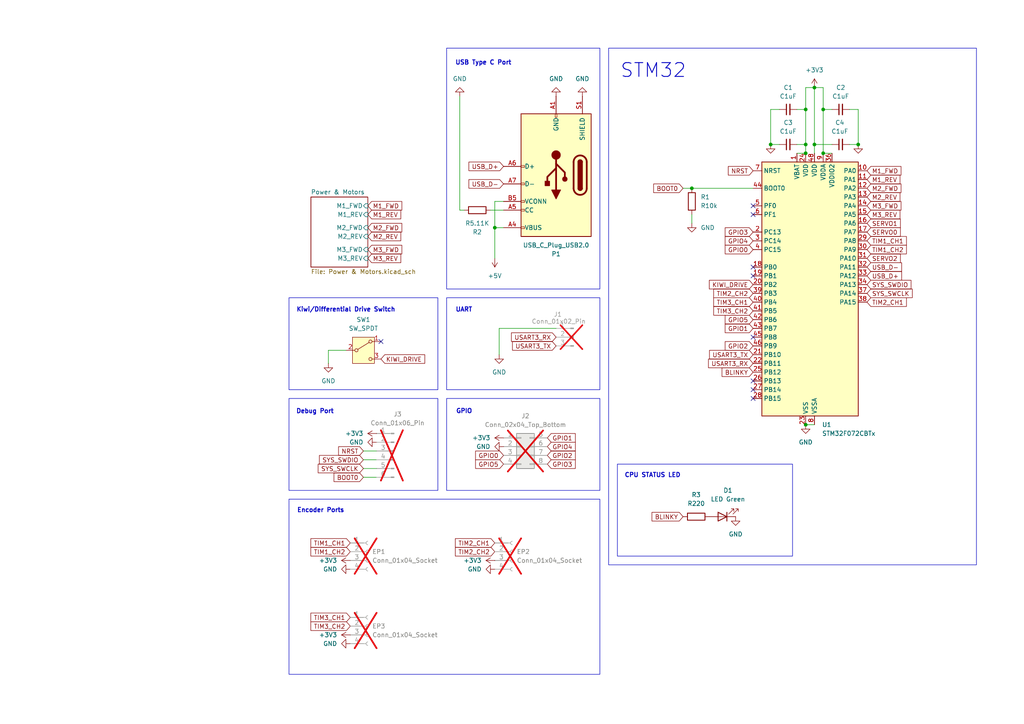
<source format=kicad_sch>
(kicad_sch (version 20231120) (generator "eeschema") (generator_version "8.0")
  (paper "A4")
  (title_block (title "Sheba 2") (date "2024-04-23") (rev "3") (company "Lorem Ipsum Automation"))
  (lib_symbols
    (symbol "Connector:Conn_01x03_Pin" (pin_names (offset 1.016) hide)
      (property "Reference" "J" (at 0 5.08 0))
      (property "Value" "Conn_01x03_Pin" (at 0 -5.08 0))
      (symbol "Conn_01x03_Pin_1_1"
        (polyline (pts (xy 1.27 -2.54) (xy 0.8636 -2.54)) (stroke (width 0.1524)))
        (polyline (pts (xy 1.27 0) (xy 0.8636 0)) (stroke (width 0.1524)))
        (polyline (pts (xy 1.27 2.54) (xy 0.8636 2.54)) (stroke (width 0.1524)))
        (rectangle (start 0.8636 -2.413) (end 0 -2.667) (stroke (width 0.1524)) (fill (type outline)))
        (rectangle (start 0.8636 0.127) (end 0 -0.127) (stroke (width 0.1524)) (fill (type outline)))
        (rectangle (start 0.8636 2.667) (end 0 2.413) (stroke (width 0.1524)) (fill (type outline)))
        (pin passive line (at 5.08 2.54 180) (length 3.81) (name "Pin_1") (number "1"))
        (pin passive line (at 5.08 0 180) (length 3.81) (name "Pin_2") (number "2"))
        (pin passive line (at 5.08 -2.54 180) (length 3.81) (name "Pin_3") (number "3"))
      )
    )
    (symbol "Connector:Conn_01x04_Socket" (pin_names (offset 1.016) hide)
      (property "Reference" "J" (at 0 5.08 0))
      (property "Value" "Conn_01x04_Socket" (at 0 -7.62 0))
      (symbol "Conn_01x04_Socket_1_1"
        (arc (start 0 -4.572) (mid -0.5058 -5.08) (end 0 -5.588) (stroke (width 0.1524)))
        (arc (start 0 -2.032) (mid -0.5058 -2.54) (end 0 -3.048) (stroke (width 0.1524)))
        (polyline (pts (xy -1.27 -5.08) (xy -0.508 -5.08)) (stroke (width 0.1524)))
        (polyline (pts (xy -1.27 -2.54) (xy -0.508 -2.54)) (stroke (width 0.1524)))
        (polyline (pts (xy -1.27 0) (xy -0.508 0)) (stroke (width 0.1524)))
        (polyline (pts (xy -1.27 2.54) (xy -0.508 2.54)) (stroke (width 0.1524)))
        (arc (start 0 0.508) (mid -0.5058 0) (end 0 -0.508) (stroke (width 0.1524)))
        (arc (start 0 3.048) (mid -0.5058 2.54) (end 0 2.032) (stroke (width 0.1524)))
        (pin passive line (at -5.08 2.54 0) (length 3.81) (name "Pin_1") (number "1"))
        (pin passive line (at -5.08 0 0) (length 3.81) (name "Pin_2") (number "2"))
        (pin passive line (at -5.08 -2.54 0) (length 3.81) (name "Pin_3") (number "3"))
        (pin passive line (at -5.08 -5.08 0) (length 3.81) (name "Pin_4") (number "4"))
      )
    )
    (symbol "Connector:Conn_01x06_Pin" (pin_names (offset 1.016) hide)
      (property "Reference" "J" (at 0 7.62 0))
      (property "Value" "Conn_01x06_Pin" (at 0 -10.16 0))
      (symbol "Conn_01x06_Pin_1_1"
        (polyline (pts (xy 1.27 -7.62) (xy 0.8636 -7.62)) (stroke (width 0.1524)))
        (polyline (pts (xy 1.27 -5.08) (xy 0.8636 -5.08)) (stroke (width 0.1524)))
        (polyline (pts (xy 1.27 -2.54) (xy 0.8636 -2.54)) (stroke (width 0.1524)))
        (polyline (pts (xy 1.27 0) (xy 0.8636 0)) (stroke (width 0.1524)))
        (polyline (pts (xy 1.27 2.54) (xy 0.8636 2.54)) (stroke (width 0.1524)))
        (polyline (pts (xy 1.27 5.08) (xy 0.8636 5.08)) (stroke (width 0.1524)))
        (rectangle (start 0.8636 -7.493) (end 0 -7.747) (stroke (width 0.1524)) (fill (type outline)))
        (rectangle (start 0.8636 -4.953) (end 0 -5.207) (stroke (width 0.1524)) (fill (type outline)))
        (rectangle (start 0.8636 -2.413) (end 0 -2.667) (stroke (width 0.1524)) (fill (type outline)))
        (rectangle (start 0.8636 0.127) (end 0 -0.127) (stroke (width 0.1524)) (fill (type outline)))
        (rectangle (start 0.8636 2.667) (end 0 2.413) (stroke (width 0.1524)) (fill (type outline)))
        (rectangle (start 0.8636 5.207) (end 0 4.953) (stroke (width 0.1524)) (fill (type outline)))
        (pin passive line (at 5.08 5.08 180) (length 3.81) (name "Pin_1") (number "1"))
        (pin passive line (at 5.08 2.54 180) (length 3.81) (name "Pin_2") (number "2"))
        (pin passive line (at 5.08 0 180) (length 3.81) (name "Pin_3") (number "3"))
        (pin passive line (at 5.08 -2.54 180) (length 3.81) (name "Pin_4") (number "4"))
        (pin passive line (at 5.08 -5.08 180) (length 3.81) (name "Pin_5") (number "5"))
        (pin passive line (at 5.08 -7.62 180) (length 3.81) (name "Pin_6") (number "6"))
      )
    )
    (symbol "Connector:USB_C_Plug_USB2.0" (pin_names (offset 1.016))
      (property "Reference" "P" (at -10.16 19.05 0))
      (property "Value" "USB_C_Plug_USB2.0" (at 12.7 19.05 0))
      (symbol "USB_C_Plug_USB2.0_0_0"
        (rectangle (start -0.254 -17.78) (end 0.254 -16.764))
        (rectangle (start 10.16 -2.286) (end 9.144 -2.794))
        (rectangle (start 10.16 2.794) (end 9.144 2.286))
        (rectangle (start 10.16 7.874) (end 9.144 7.366))
        (rectangle (start 10.16 10.414) (end 9.144 9.906))
        (rectangle (start 10.16 15.494) (end 9.144 14.986))
      )
      (symbol "USB_C_Plug_USB2.0_0_1"
        (rectangle (start -10.16 17.78) (end 10.16 -17.78) (stroke (width 0.254)) (fill (type background)))
        (arc (start -8.89 -3.81) (mid -6.985 -5.7067) (end -5.08 -3.81) (stroke (width 0.508)))
        (arc (start -7.62 -3.81) (mid -6.985 -4.4423) (end -6.35 -3.81) (stroke (width 0.254)))
        (arc (start -7.62 -3.81) (mid -6.985 -4.4423) (end -6.35 -3.81) (stroke (width 0.254)) (fill (type outline)))
        (rectangle (start -7.62 -3.81) (end -6.35 3.81) (stroke (width 0.254)) (fill (type outline)))
        (arc (start -6.35 3.81) (mid -6.985 4.4423) (end -7.62 3.81) (stroke (width 0.254)))
        (arc (start -6.35 3.81) (mid -6.985 4.4423) (end -7.62 3.81) (stroke (width 0.254)) (fill (type outline)))
        (arc (start -5.08 3.81) (mid -6.985 5.7067) (end -8.89 3.81) (stroke (width 0.508)))
        (circle (center -2.54 1.143) (radius 0.635) (stroke (width 0.254)) (fill (type outline)))
        (circle (center 0 -5.842) (radius 1.27) (fill (type outline)))
        (polyline (pts (xy -8.89 -3.81) (xy -8.89 3.81)) (stroke (width 0.508)))
        (polyline (pts (xy -5.08 3.81) (xy -5.08 -3.81)) (stroke (width 0.508)))
        (polyline (pts (xy 0 -5.842) (xy 0 4.318)) (stroke (width 0.508)))
        (polyline (pts (xy 0 -3.302) (xy -2.54 -0.762) (xy -2.54 0.508)) (stroke (width 0.508)))
        (polyline (pts (xy 0 -2.032) (xy 2.54 0.508) (xy 2.54 1.778)) (stroke (width 0.508)))
        (polyline (pts (xy -1.27 4.318) (xy 0 6.858) (xy 1.27 4.318) (xy -1.27 4.318)) (stroke (width 0.254)) (fill (type outline)))
        (rectangle (start 1.905 1.778) (end 3.175 3.048) (stroke (width 0.254)) (fill (type outline)))
      )
      (symbol "USB_C_Plug_USB2.0_1_1"
        (pin passive line (at 0 -22.86 90) (length 5.08) (name "GND") (number "A1"))
        (pin passive line (at 0 -22.86 90) (length 5.08) hide (name "GND") (number "A12"))
        (pin passive line (at 15.24 15.24 180) (length 5.08) (name "VBUS") (number "A4"))
        (pin bidirectional line (at 15.24 10.16 180) (length 5.08) (name "CC") (number "A5"))
        (pin bidirectional line (at 15.24 -2.54 180) (length 5.08) (name "D+") (number "A6"))
        (pin bidirectional line (at 15.24 2.54 180) (length 5.08) (name "D-") (number "A7"))
        (pin passive line (at 15.24 15.24 180) (length 5.08) hide (name "VBUS") (number "A9"))
        (pin passive line (at 0 -22.86 90) (length 5.08) hide (name "GND") (number "B1"))
        (pin passive line (at 0 -22.86 90) (length 5.08) hide (name "GND") (number "B12"))
        (pin passive line (at 15.24 15.24 180) (length 5.08) hide (name "VBUS") (number "B4"))
        (pin bidirectional line (at 15.24 7.62 180) (length 5.08) (name "VCONN") (number "B5"))
        (pin passive line (at 15.24 15.24 180) (length 5.08) hide (name "VBUS") (number "B9"))
        (pin passive line (at -7.62 -22.86 90) (length 5.08) (name "SHIELD") (number "S1"))
      )
    )
    (symbol "Connector_Generic:Conn_02x04_Top_Bottom" (pin_names (offset 1.016) hide)
      (property "Reference" "J" (at 1.27 5.08 0))
      (property "Value" "Conn_02x04_Top_Bottom" (at 1.27 -7.62 0))
      (symbol "Conn_02x04_Top_Bottom_1_1"
        (rectangle (start -1.27 -4.953) (end 0 -5.207) (stroke (width 0.1524)))
        (rectangle (start -1.27 -2.413) (end 0 -2.667) (stroke (width 0.1524)))
        (rectangle (start -1.27 0.127) (end 0 -0.127) (stroke (width 0.1524)))
        (rectangle (start -1.27 2.667) (end 0 2.413) (stroke (width 0.1524)))
        (rectangle (start -1.27 3.81) (end 3.81 -6.35) (stroke (width 0.254)) (fill (type background)))
        (rectangle (start 3.81 -4.953) (end 2.54 -5.207) (stroke (width 0.1524)))
        (rectangle (start 3.81 -2.413) (end 2.54 -2.667) (stroke (width 0.1524)))
        (rectangle (start 3.81 0.127) (end 2.54 -0.127) (stroke (width 0.1524)))
        (rectangle (start 3.81 2.667) (end 2.54 2.413) (stroke (width 0.1524)))
        (pin passive line (at -5.08 2.54 0) (length 3.81) (name "Pin_1") (number "1"))
        (pin passive line (at -5.08 0 0) (length 3.81) (name "Pin_2") (number "2"))
        (pin passive line (at -5.08 -2.54 0) (length 3.81) (name "Pin_3") (number "3"))
        (pin passive line (at -5.08 -5.08 0) (length 3.81) (name "Pin_4") (number "4"))
        (pin passive line (at 7.62 2.54 180) (length 3.81) (name "Pin_5") (number "5"))
        (pin passive line (at 7.62 0 180) (length 3.81) (name "Pin_6") (number "6"))
        (pin passive line (at 7.62 -2.54 180) (length 3.81) (name "Pin_7") (number "7"))
        (pin passive line (at 7.62 -5.08 180) (length 3.81) (name "Pin_8") (number "8"))
      )
    )
    (symbol "Device:C_Small" (pin_numbers hide) (pin_names (offset 0.254) hide)
      (property "Reference" "C" (at 0.254 1.778 0))
      (property "Value" "C_Small" (at 0.254 -2.032 0))
      (symbol "C_Small_0_1"
        (polyline (pts (xy -1.524 -0.508) (xy 1.524 -0.508)) (stroke (width 0.3302)))
        (polyline (pts (xy -1.524 0.508) (xy 1.524 0.508)) (stroke (width 0.3048)))
      )
      (symbol "C_Small_1_1"
        (pin passive line (at 0 2.54 270) (length 2.032) (name "~") (number "1"))
        (pin passive line (at 0 -2.54 90) (length 2.032) (name "~") (number "2"))
      )
    )
    (symbol "Device:LED" (pin_numbers hide) (pin_names (offset 1.016) hide)
      (property "Reference" "D" (at 0 2.54 0))
      (property "Value" "LED" (at 0 -2.54 0))
      (symbol "LED_0_1"
        (polyline (pts (xy -1.27 -1.27) (xy -1.27 1.27)) (stroke (width 0.254)))
        (polyline (pts (xy -1.27 0) (xy 1.27 0)))
        (polyline (pts (xy 1.27 -1.27) (xy 1.27 1.27) (xy -1.27 0) (xy 1.27 -1.27)) (stroke (width 0.254)))
        (polyline (pts (xy -3.048 -0.762) (xy -4.572 -2.286) (xy -3.81 -2.286) (xy -4.572 -2.286) (xy -4.572 -1.524)))
        (polyline (pts (xy -1.778 -0.762) (xy -3.302 -2.286) (xy -2.54 -2.286) (xy -3.302 -2.286) (xy -3.302 -1.524)))
      )
      (symbol "LED_1_1"
        (pin passive line (at -3.81 0 0) (length 2.54) (name "K") (number "1"))
        (pin passive line (at 3.81 0 180) (length 2.54) (name "A") (number "2"))
      )
    )
    (symbol "Device:R" (pin_numbers hide) (pin_names (offset 0))
      (property "Reference" "R" (at 2.032 0 90))
      (property "Value" "R" (at 0 0 90))
      (symbol "R_0_1"
        (rectangle (start -1.016 -2.54) (end 1.016 2.54) (stroke (width 0.254)))
      )
      (symbol "R_1_1"
        (pin passive line (at 0 3.81 270) (length 1.27) (name "~") (number "1"))
        (pin passive line (at 0 -3.81 90) (length 1.27) (name "~") (number "2"))
      )
    )
    (symbol "MCU_ST_STM32F0:STM32F072CBTx"
      (property "Reference" "U" (at -12.7 39.37 0))
      (property "Value" "STM32F072CBTx" (at 10.16 39.37 0))
      (symbol "STM32F072CBTx_0_1"
        (rectangle (start -12.7 -35.56) (end 15.24 38.1) (stroke (width 0.254)) (fill (type background)))
      )
      (symbol "STM32F072CBTx_1_1"
        (pin power_in line (at -2.54 40.64 270) (length 2.54) (name "VBAT") (number "1"))
        (pin bidirectional line (at 17.78 35.56 180) (length 2.54) (name "PA0") (number "10"))
        (pin bidirectional line (at 17.78 33.02 180) (length 2.54) (name "PA1") (number "11"))
        (pin bidirectional line (at 17.78 30.48 180) (length 2.54) (name "PA2") (number "12"))
        (pin bidirectional line (at 17.78 27.94 180) (length 2.54) (name "PA3") (number "13"))
        (pin bidirectional line (at 17.78 25.4 180) (length 2.54) (name "PA4") (number "14"))
        (pin bidirectional line (at 17.78 22.86 180) (length 2.54) (name "PA5") (number "15"))
        (pin bidirectional line (at 17.78 20.32 180) (length 2.54) (name "PA6") (number "16"))
        (pin bidirectional line (at 17.78 17.78 180) (length 2.54) (name "PA7") (number "17"))
        (pin bidirectional line (at -15.24 7.62 0) (length 2.54) (name "PB0") (number "18"))
        (pin bidirectional line (at -15.24 5.08 0) (length 2.54) (name "PB1") (number "19"))
        (pin bidirectional line (at -15.24 17.78 0) (length 2.54) (name "PC13") (number "2"))
        (pin bidirectional line (at -15.24 2.54 0) (length 2.54) (name "PB2") (number "20"))
        (pin bidirectional line (at -15.24 -17.78 0) (length 2.54) (name "PB10") (number "21"))
        (pin bidirectional line (at -15.24 -20.32 0) (length 2.54) (name "PB11") (number "22"))
        (pin power_in line (at 0 -38.1 90) (length 2.54) (name "VSS") (number "23"))
        (pin power_in line (at 0 40.64 270) (length 2.54) (name "VDD") (number "24"))
        (pin bidirectional line (at -15.24 -22.86 0) (length 2.54) (name "PB12") (number "25"))
        (pin bidirectional line (at -15.24 -25.4 0) (length 2.54) (name "PB13") (number "26"))
        (pin bidirectional line (at -15.24 -27.94 0) (length 2.54) (name "PB14") (number "27"))
        (pin bidirectional line (at -15.24 -30.48 0) (length 2.54) (name "PB15") (number "28"))
        (pin bidirectional line (at 17.78 15.24 180) (length 2.54) (name "PA8") (number "29"))
        (pin bidirectional line (at -15.24 15.24 0) (length 2.54) (name "PC14") (number "3"))
        (pin bidirectional line (at 17.78 12.7 180) (length 2.54) (name "PA9") (number "30"))
        (pin bidirectional line (at 17.78 10.16 180) (length 2.54) (name "PA10") (number "31"))
        (pin bidirectional line (at 17.78 7.62 180) (length 2.54) (name "PA11") (number "32"))
        (pin bidirectional line (at 17.78 5.08 180) (length 2.54) (name "PA12") (number "33"))
        (pin bidirectional line (at 17.78 2.54 180) (length 2.54) (name "PA13") (number "34"))
        (pin passive line (at 0 -38.1 90) (length 2.54) hide (name "VSS") (number "35"))
        (pin power_in line (at 7.62 40.64 270) (length 2.54) (name "VDDIO2") (number "36"))
        (pin bidirectional line (at 17.78 0 180) (length 2.54) (name "PA14") (number "37"))
        (pin bidirectional line (at 17.78 -2.54 180) (length 2.54) (name "PA15") (number "38"))
        (pin bidirectional line (at -15.24 0 0) (length 2.54) (name "PB3") (number "39"))
        (pin bidirectional line (at -15.24 12.7 0) (length 2.54) (name "PC15") (number "4"))
        (pin bidirectional line (at -15.24 -2.54 0) (length 2.54) (name "PB4") (number "40"))
        (pin bidirectional line (at -15.24 -5.08 0) (length 2.54) (name "PB5") (number "41"))
        (pin bidirectional line (at -15.24 -7.62 0) (length 2.54) (name "PB6") (number "42"))
        (pin bidirectional line (at -15.24 -10.16 0) (length 2.54) (name "PB7") (number "43"))
        (pin input line (at -15.24 30.48 0) (length 2.54) (name "BOOT0") (number "44"))
        (pin bidirectional line (at -15.24 -12.7 0) (length 2.54) (name "PB8") (number "45"))
        (pin bidirectional line (at -15.24 -15.24 0) (length 2.54) (name "PB9") (number "46"))
        (pin passive line (at 0 -38.1 90) (length 2.54) hide (name "VSS") (number "47"))
        (pin power_in line (at 2.54 40.64 270) (length 2.54) (name "VDD") (number "48"))
        (pin bidirectional line (at -15.24 25.4 0) (length 2.54) (name "PF0") (number "5"))
        (pin bidirectional line (at -15.24 22.86 0) (length 2.54) (name "PF1") (number "6"))
        (pin input line (at -15.24 35.56 0) (length 2.54) (name "NRST") (number "7"))
        (pin power_in line (at 2.54 -38.1 90) (length 2.54) (name "VSSA") (number "8"))
        (pin power_in line (at 5.08 40.64 270) (length 2.54) (name "VDDA") (number "9"))
      )
    )
    (symbol "Switch:SW_SPDT" (pin_names (offset 0) hide)
      (property "Reference" "SW" (at 0 5.08 0))
      (property "Value" "SW_SPDT" (at 0 -5.08 0))
      (symbol "SW_SPDT_0_1"
        (circle (center -2.032 0) (radius 0.4572))
        (polyline (pts (xy -1.651 0.254) (xy 1.651 2.286)))
        (circle (center 2.032 -2.54) (radius 0.4572))
        (circle (center 2.032 2.54) (radius 0.4572))
      )
      (symbol "SW_SPDT_1_1"
        (rectangle (start -3.175 3.81) (end 3.175 -3.81) (fill (type background)))
        (pin passive line (at 5.08 2.54 180) (length 2.54) (name "A") (number "1"))
        (pin passive line (at -5.08 0 0) (length 2.54) (name "B") (number "2"))
        (pin passive line (at 5.08 -2.54 180) (length 2.54) (name "C") (number "3"))
      )
    )
    (symbol "power:+3V3" (power) (pin_numbers hide) (pin_names (offset 0) hide)
      (property "Value" "+3V3" (at 0 3.556 0))
      (symbol "+3V3_0_1"
        (polyline (pts (xy -0.762 1.27) (xy 0 2.54)))
        (polyline (pts (xy 0 0) (xy 0 2.54)))
        (polyline (pts (xy 0 2.54) (xy 0.762 1.27)))
      )
      (symbol "+3V3_1_1"
        (pin power_in line (at 0 0 90) (length 0) (name "~") (number "1"))
      )
    )
    (symbol "power:+5V" (power) (pin_numbers hide) (pin_names (offset 0) hide)
      (property "Value" "+5V" (at 0 3.556 0))
      (symbol "+5V_0_1"
        (polyline (pts (xy -0.762 1.27) (xy 0 2.54)))
        (polyline (pts (xy 0 0) (xy 0 2.54)))
        (polyline (pts (xy 0 2.54) (xy 0.762 1.27)))
      )
      (symbol "+5V_1_1"
        (pin power_in line (at 0 0 90) (length 0) (name "~") (number "1"))
      )
    )
    (symbol "power:GND" (power) (pin_numbers hide) (pin_names (offset 0) hide)
      (property "Value" "GND" (at 0 -3.81 0))
      (symbol "GND_0_1"
        (polyline (pts (xy 0 0) (xy 0 -1.27) (xy 1.27 -1.27) (xy 0 -2.54) (xy -1.27 -1.27) (xy 0 -1.27)))
      )
      (symbol "GND_1_1"
        (pin power_in line (at 0 0 270) (length 0) (name "~") (number "1"))
      )
    )
  )
  (junction (at 233.68 44.45))
  (junction (at 238.76 44.45))
  (junction (at 223.52 41.91))
  (junction (at 233.68 41.91))
  (junction (at 248.92 41.91))
  (junction (at 143.51 66.04))
  (junction (at 233.68 123.19))
  (junction (at 233.68 31.75))
  (junction (at 236.22 41.91))
  (junction (at 238.76 31.75))
  (junction (at 200.66 54.61))
  (junction (at 236.22 25.4))
  (no_connect (at 218.44 110.49))
  (no_connect (at 218.44 97.79))
  (no_connect (at 110.49 99.06))
  (no_connect (at 218.44 59.69))
  (no_connect (at 218.44 113.03))
  (no_connect (at 218.44 62.23))
  (no_connect (at 218.44 115.57))
  (no_connect (at 218.44 80.01))
  (no_connect (at 218.44 77.47))
  (wire (pts (xy 143.51 58.42) (xy 143.51 66.04)))
  (wire (pts (xy 236.22 25.4) (xy 233.68 25.4)))
  (wire (pts (xy 236.22 41.91) (xy 236.22 44.45)))
  (wire (pts (xy 248.92 41.91) (xy 248.92 31.75)))
  (wire (pts (xy 246.38 31.75) (xy 248.92 31.75)))
  (wire (pts (xy 144.78 102.87) (xy 144.78 95.25)))
  (wire (pts (xy 238.76 31.75) (xy 238.76 44.45)))
  (wire (pts (xy 231.14 41.91) (xy 233.68 41.91)))
  (wire (pts (xy 144.78 95.25) (xy 161.29 95.25)))
  (wire (pts (xy 95.25 101.6) (xy 95.25 105.41)))
  (wire (pts (xy 236.22 41.91) (xy 241.3 41.91)))
  (wire (pts (xy 134.62 60.96) (xy 133.35 60.96)))
  (wire (pts (xy 146.05 58.42) (xy 143.51 58.42)))
  (wire (pts (xy 233.68 41.91) (xy 233.68 44.45)))
  (wire (pts (xy 105.41 130.81) (xy 109.22 130.81)))
  (wire (pts (xy 231.14 44.45) (xy 233.68 44.45)))
  (wire (pts (xy 238.76 44.45) (xy 241.3 44.45)))
  (wire (pts (xy 231.14 31.75) (xy 233.68 31.75)))
  (wire (pts (xy 238.76 31.75) (xy 241.3 31.75)))
  (wire (pts (xy 223.52 31.75) (xy 223.52 41.91)))
  (wire (pts (xy 233.68 31.75) (xy 233.68 41.91)))
  (wire (pts (xy 133.35 60.96) (xy 133.35 27.94)))
  (wire (pts (xy 223.52 41.91) (xy 226.06 41.91)))
  (wire (pts (xy 105.41 138.43) (xy 109.22 138.43)))
  (wire (pts (xy 200.66 54.61) (xy 218.44 54.61)))
  (wire (pts (xy 100.33 101.6) (xy 95.25 101.6)))
  (wire (pts (xy 105.41 133.35) (xy 109.22 133.35)))
  (wire (pts (xy 238.76 25.4) (xy 238.76 31.75)))
  (wire (pts (xy 143.51 66.04) (xy 146.05 66.04)))
  (wire (pts (xy 146.05 60.96) (xy 142.24 60.96)))
  (wire (pts (xy 105.41 135.89) (xy 109.22 135.89)))
  (wire (pts (xy 200.66 64.77) (xy 200.66 62.23)))
  (wire (pts (xy 143.51 74.93) (xy 143.51 66.04)))
  (wire (pts (xy 233.68 25.4) (xy 233.68 31.75)))
  (wire (pts (xy 236.22 25.4) (xy 236.22 41.91)))
  (wire (pts (xy 236.22 25.4) (xy 238.76 25.4)))
  (wire (pts (xy 233.68 123.19) (xy 236.22 123.19)))
  (wire (pts (xy 223.52 31.75) (xy 226.06 31.75)))
  (wire (pts (xy 246.38 41.91) (xy 248.92 41.91)))
  (wire (pts (xy 198.12 54.61) (xy 200.66 54.61)))
  (rectangle (start 83.82 115.57) (end 127 142.24))
  (rectangle (start 83.82 144.78) (end 173.99 195.58))
  (rectangle (start 176.53 13.97) (end 283.21 163.83))
  (rectangle (start 129.54 86.36) (end 173.99 113.03))
  (rectangle (start 129.54 115.57) (end 173.99 142.24))
  (rectangle (start 83.82 86.36) (end 127 113.03))
  (rectangle (start 179.07 134.62) (end 229.87 161.29))
  (rectangle (start 129.54 13.97) (end 173.99 83.82))
  (text "Debug Port" (at 85.852 120.142 0) (effects (font (size 1.27 1.27) (thickness 0.254) (bold yes)) (justify left bottom)))
  (text "USB Type C Port\n" (at 140.208 18.288 0) (effects (font (size 1.27 1.27) (thickness 0.254) (bold yes))))
  (text "CPU STATUS LED" (at 181.102 138.684 0) (effects (font (size 1.27 1.27) (thickness 0.254) (bold yes)) (justify left bottom)))
  (text "Encoder Ports" (at 86.106 148.844 0) (effects (font (size 1.27 1.27) (thickness 0.254) (bold yes)) (justify left bottom)))
  (text "UART" (at 132.08 90.678 0) (effects (font (size 1.27 1.27) (thickness 0.254) (bold yes)) (justify left bottom)))
  (text "Kiwi/Differential Drive Switch" (at 100.33 89.916 0) (effects (font (size 1.27 1.27) (thickness 0.254) (bold yes))))
  (text "STM32" (at 189.484 20.574 0) (effects (font (size 4 4) (thickness 0.254) (bold yes))))
  (text "GPIO" (at 134.62 119.38 0) (effects (font (size 1.27 1.27) (thickness 0.254) (bold yes))))
  (global_label "M2_REV" (shape input) (at 106.68 68.58 0) (property "Intersheetrefs" "${INTERSHEET_REFS}" (effects (hide yes))))
  (global_label "SERVO0" (shape input) (at 251.46 67.31 0) (property "Intersheetrefs" "${INTERSHEET_REFS}" (effects (hide yes))))
  (global_label "GPIO1" (shape input) (at 218.44 95.25 180) (property "Intersheetrefs" "${INTERSHEET_REFS}" (effects (hide yes))))
  (global_label "NRST" (shape input) (at 105.41 130.81 180) (property "Intersheetrefs" "${INTERSHEET_REFS}" (effects (hide yes))))
  (global_label "M3_FWD" (shape input) (at 251.46 59.69 0) (property "Intersheetrefs" "${INTERSHEET_REFS}" (effects (hide yes))))
  (global_label "BOOT0" (shape input) (at 105.41 138.43 180) (property "Intersheetrefs" "${INTERSHEET_REFS}" (effects (hide yes))))
  (global_label "USB_D-" (shape input) (at 146.05 53.34 180) (property "Intersheetrefs" "${INTERSHEET_REFS}" (effects (hide yes))))
  (global_label "GPIO1" (shape input) (at 158.75 127 0) (property "Intersheetrefs" "${INTERSHEET_REFS}" (effects (hide yes))))
  (global_label "SYS_SWCLK" (shape input) (at 105.41 135.89 180) (property "Intersheetrefs" "${INTERSHEET_REFS}" (effects (hide yes))))
  (global_label "USART3_RX" (shape input) (at 161.29 97.79 180) (property "Intersheetrefs" "${INTERSHEET_REFS}" (effects (hide yes))))
  (global_label "TIM3_CH1" (shape input) (at 218.44 87.63 180) (property "Intersheetrefs" "${INTERSHEET_REFS}" (effects (hide yes))))
  (global_label "M2_FWD" (shape input) (at 106.68 66.04 0) (property "Intersheetrefs" "${INTERSHEET_REFS}" (effects (hide yes))))
  (global_label "BOOT0" (shape input) (at 198.12 54.61 180) (property "Intersheetrefs" "${INTERSHEET_REFS}" (effects (hide yes))))
  (global_label "TIM3_CH1" (shape input) (at 101.6 179.07 180) (property "Intersheetrefs" "${INTERSHEET_REFS}" (effects (hide yes))))
  (global_label "GPIO4" (shape input) (at 218.44 69.85 180) (property "Intersheetrefs" "${INTERSHEET_REFS}" (effects (hide yes))))
  (global_label "BLINKY" (shape input) (at 218.44 107.95 180) (property "Intersheetrefs" "${INTERSHEET_REFS}" (effects (hide yes))))
  (global_label "GPIO0" (shape input) (at 218.44 72.39 180) (property "Intersheetrefs" "${INTERSHEET_REFS}" (effects (hide yes))))
  (global_label "TIM3_CH2" (shape input) (at 101.6 181.61 180) (property "Intersheetrefs" "${INTERSHEET_REFS}" (effects (hide yes))))
  (global_label "SYS_SWDIO" (shape input) (at 251.46 82.55 0) (property "Intersheetrefs" "${INTERSHEET_REFS}" (effects (hide yes))))
  (global_label "BLINKY" (shape input) (at 198.12 149.86 180) (property "Intersheetrefs" "${INTERSHEET_REFS}" (effects (hide yes))))
  (global_label "TIM1_CH1" (shape input) (at 251.46 69.85 0) (property "Intersheetrefs" "${INTERSHEET_REFS}" (effects (hide yes))))
  (global_label "GPIO0" (shape input) (at 146.05 132.08 180) (property "Intersheetrefs" "${INTERSHEET_REFS}" (effects (hide yes))))
  (global_label "M3_FWD" (shape input) (at 106.68 72.39 0) (property "Intersheetrefs" "${INTERSHEET_REFS}" (effects (hide yes))))
  (global_label "NRST" (shape input) (at 218.44 49.53 180) (property "Intersheetrefs" "${INTERSHEET_REFS}" (effects (hide yes))))
  (global_label "M3_REV" (shape input) (at 251.46 62.23 0) (property "Intersheetrefs" "${INTERSHEET_REFS}" (effects (hide yes))))
  (global_label "GPIO5" (shape input) (at 218.44 92.71 180) (property "Intersheetrefs" "${INTERSHEET_REFS}" (effects (hide yes))))
  (global_label "TIM2_CH1" (shape input) (at 143.51 157.48 180) (property "Intersheetrefs" "${INTERSHEET_REFS}" (effects (hide yes))))
  (global_label "USB_D-" (shape input) (at 251.46 77.47 0) (property "Intersheetrefs" "${INTERSHEET_REFS}" (effects (hide yes))))
  (global_label "M2_FWD" (shape input) (at 251.46 54.61 0) (property "Intersheetrefs" "${INTERSHEET_REFS}" (effects (hide yes))))
  (global_label "TIM3_CH2" (shape input) (at 218.44 90.17 180) (property "Intersheetrefs" "${INTERSHEET_REFS}" (effects (hide yes))))
  (global_label "SYS_SWCLK" (shape input) (at 251.46 85.09 0) (property "Intersheetrefs" "${INTERSHEET_REFS}" (effects (hide yes))))
  (global_label "USART3_TX" (shape input) (at 161.29 100.33 180) (property "Intersheetrefs" "${INTERSHEET_REFS}" (effects (hide yes))))
  (global_label "SYS_SWDIO" (shape input) (at 105.41 133.35 180) (property "Intersheetrefs" "${INTERSHEET_REFS}" (effects (hide yes))))
  (global_label "TIM1_CH2" (shape input) (at 251.46 72.39 0) (property "Intersheetrefs" "${INTERSHEET_REFS}" (effects (hide yes))))
  (global_label "SERVO1" (shape input) (at 251.46 64.77 0) (property "Intersheetrefs" "${INTERSHEET_REFS}" (effects (hide yes))))
  (global_label "M1_FWD" (shape input) (at 106.68 59.69 0) (property "Intersheetrefs" "${INTERSHEET_REFS}" (effects (hide yes))))
  (global_label "KIWI_DRIVE" (shape input) (at 110.49 104.14 0) (property "Intersheetrefs" "${INTERSHEET_REFS}" (effects (hide yes))))
  (global_label "KIWI_DRIVE" (shape input) (at 218.44 82.55 180) (property "Intersheetrefs" "${INTERSHEET_REFS}" (effects (hide yes))))
  (global_label "M1_FWD" (shape input) (at 251.46 49.53 0) (property "Intersheetrefs" "${INTERSHEET_REFS}" (effects (hide yes))))
  (global_label "GPIO3" (shape input) (at 218.44 67.31 180) (property "Intersheetrefs" "${INTERSHEET_REFS}" (effects (hide yes))))
  (global_label "TIM2_CH2" (shape input) (at 143.51 160.02 180) (property "Intersheetrefs" "${INTERSHEET_REFS}" (effects (hide yes))))
  (global_label "TIM2_CH1" (shape input) (at 251.46 87.63 0) (property "Intersheetrefs" "${INTERSHEET_REFS}" (effects (hide yes))))
  (global_label "USB_D+" (shape input) (at 146.05 48.26 180) (property "Intersheetrefs" "${INTERSHEET_REFS}" (effects (hide yes))))
  (global_label "GPIO2" (shape input) (at 218.44 100.33 180) (property "Intersheetrefs" "${INTERSHEET_REFS}" (effects (hide yes))))
  (global_label "USB_D+" (shape input) (at 251.46 80.01 0) (property "Intersheetrefs" "${INTERSHEET_REFS}" (effects (hide yes))))
  (global_label "GPIO4" (shape input) (at 158.75 129.54 0) (property "Intersheetrefs" "${INTERSHEET_REFS}" (effects (hide yes))))
  (global_label "M1_REV" (shape input) (at 251.46 52.07 0) (property "Intersheetrefs" "${INTERSHEET_REFS}" (effects (hide yes))))
  (global_label "TIM1_CH2" (shape input) (at 101.6 160.02 180) (property "Intersheetrefs" "${INTERSHEET_REFS}" (effects (hide yes))))
  (global_label "TIM2_CH2" (shape input) (at 218.44 85.09 180) (property "Intersheetrefs" "${INTERSHEET_REFS}" (effects (hide yes))))
  (global_label "M2_REV" (shape input) (at 251.46 57.15 0) (property "Intersheetrefs" "${INTERSHEET_REFS}" (effects (hide yes))))
  (global_label "SERVO2" (shape input) (at 251.46 74.93 0) (property "Intersheetrefs" "${INTERSHEET_REFS}" (effects (hide yes))))
  (global_label "USART3_TX" (shape input) (at 218.44 102.87 180) (property "Intersheetrefs" "${INTERSHEET_REFS}" (effects (hide yes))))
  (global_label "USART3_RX" (shape input) (at 218.44 105.41 180) (property "Intersheetrefs" "${INTERSHEET_REFS}" (effects (hide yes))))
  (global_label "GPIO2" (shape input) (at 158.75 132.08 0) (property "Intersheetrefs" "${INTERSHEET_REFS}" (effects (hide yes))))
  (global_label "M3_REV" (shape input) (at 106.68 74.93 0) (property "Intersheetrefs" "${INTERSHEET_REFS}" (effects (hide yes))))
  (global_label "TIM1_CH1" (shape input) (at 101.6 157.48 180) (property "Intersheetrefs" "${INTERSHEET_REFS}" (effects (hide yes))))
  (global_label "GPIO3" (shape input) (at 158.75 134.62 0) (property "Intersheetrefs" "${INTERSHEET_REFS}" (effects (hide yes))))
  (global_label "GPIO5" (shape input) (at 146.05 134.62 180) (property "Intersheetrefs" "${INTERSHEET_REFS}" (effects (hide yes))))
  (global_label "M1_REV" (shape input) (at 106.68 62.23 0) (property "Intersheetrefs" "${INTERSHEET_REFS}" (effects (hide yes))))
  (symbol (lib_id "Connector:Conn_01x04_Socket") (at 106.68 160.02 0) (unit 1) (dnp yes)
    (property "Reference" "EP1" (at 107.95 160.0199 0) (effects (justify left)))
    (property "Value" "Conn_01x04_Socket" (at 107.95 162.5599 0) (effects (justify left)))
    (property "Footprint" "Connector_PinSocket_2.54mm:PinSocket_1x04_P2.54mm_Vertical" (effects (hide yes)))
    (property "Description" "Generic connector, single row, 01x04, script generated" (effects (hide yes)))
  )
  (symbol (lib_id "Connector:USB_C_Plug_USB2.0") (at 161.29 50.8 180) (unit 1)
    (property "Reference" "P1" (at 161.29 73.66 0))
    (property "Value" "USB_C_Plug_USB2.0" (at 161.29 71.12 0))
    (property "Footprint" "Connector_USB:USB_C_Receptacle_GCT_USB4105-xx-A_16P_TopMnt_Horizontal" (effects (hide yes)))
    (property "Datasheet" "https://www.usb.org/sites/default/files/documents/usb_type-c.zip" (effects (hide yes)))
    (property "Description" "USB 2.0-only Type-C Plug connector" (effects (hide yes)))
    (property "DigiKey" "USB4105-GF-A" (effects (hide yes)))
  )
  (symbol (lib_id "power:GND") (at 233.68 123.19 0) (unit 1)
    (property "Reference" "#PWR011" (effects (hide yes)))
    (property "Value" "GND" (at 233.68 128.27 0))
    (property "Description" "Power symbol creates a global label with name \"GND\" , ground" (effects (hide yes)))
  )
  (symbol (lib_id "power:GND") (at 143.51 165.1 270) (unit 1)
    (property "Reference" "#PWR020" (effects (hide yes)))
    (property "Value" "GND" (at 139.7 165.0999 90) (effects (justify right)))
    (property "Description" "Power symbol creates a global label with name \"GND\" , ground" (effects (hide yes)))
  )
  (symbol (lib_id "Switch:SW_SPDT") (at 105.41 101.6 0) (unit 1)
    (property "Reference" "SW1" (at 105.41 92.71 0))
    (property "Value" "SW_SPDT" (at 105.41 95.25 0))
    (property "Footprint" "Button_Switch_THT:SW_E-Switch_EG1271_SPDT" (effects (hide yes)))
    (property "Description" "Switch, single pole double throw" (effects (hide yes)))
    (property "DigiKey" "EG1271A" (effects (hide yes)))
  )
  (symbol (lib_id "Device:R") (at 200.66 58.42 0) (unit 1)
    (property "Reference" "R1" (at 203.2 57.1499 0) (effects (justify left)))
    (property "Value" "R10k" (at 203.2 59.6899 0) (effects (justify left)))
    (property "Footprint" "Resistor_SMD:R_1206_3216Metric_Pad1.30x1.75mm_HandSolder" (effects (hide yes)))
    (property "Description" "Resistor" (effects (hide yes)))
    (property "DigiKey" "RC1206FR-0710KL" (effects (hide yes)))
  )
  (symbol (lib_id "Device:R") (at 201.93 149.86 90) (unit 1)
    (property "Reference" "R3" (at 201.93 143.51 90))
    (property "Value" "R220" (at 201.93 146.05 90))
    (property "Footprint" "Resistor_SMD:R_1206_3216Metric_Pad1.30x1.75mm_HandSolder" (effects (hide yes)))
    (property "Description" "Resistor" (effects (hide yes)))
    (property "DigiKey" "RMCF1206JT220R" (effects (hide yes)))
  )
  (symbol (lib_id "Device:R") (at 138.43 60.96 90) (mirror x) (unit 1)
    (property "Reference" "R2" (at 138.43 67.31 90))
    (property "Value" "R5.11K" (at 138.43 64.77 90))
    (property "Footprint" "Resistor_SMD:R_1206_3216Metric_Pad1.30x1.75mm_HandSolder" (effects (hide yes)))
    (property "Description" "Resistor" (effects (hide yes)))
    (property "DigiKey" "RMCF1206FT5K11" (effects (hide yes)))
  )
  (symbol (lib_id "power:GND") (at 133.35 27.94 0) (mirror x) (unit 1)
    (property "Reference" "#PWR02" (effects (hide yes)))
    (property "Value" "GND" (at 133.35 22.86 0))
    (property "Description" "Power symbol creates a global label with name \"GND\" , ground" (effects (hide yes)))
  )
  (symbol (lib_id "Device:C_Small") (at 243.84 41.91 90) (unit 1)
    (property "Reference" "C4" (at 243.586 35.56 90))
    (property "Value" "C1uF" (at 243.586 38.1 90))
    (property "Footprint" "Capacitor_SMD:C_1206_3216Metric_Pad1.33x1.80mm_HandSolder" (effects (hide yes)))
    (property "Description" "Ceramic cap" (effects (hide yes)))
    (property "DigiKey" "CL31B105KBHNNNE" (effects (hide yes)))
  )
  (symbol (lib_id "power:+3V3") (at 146.05 127 90) (unit 1)
    (property "Reference" "#PWR013" (effects (hide yes)))
    (property "Value" "+3V3" (at 142.24 126.9999 90) (effects (justify left)))
    (property "Description" "Power symbol creates a global label with name \"+3V3\"" (effects (hide yes)))
  )
  (symbol (lib_id "power:GND") (at 248.92 41.91 0) (unit 1)
    (property "Reference" "#PWR06" (effects (hide yes)))
    (property "Value" "GND" (effects (hide yes)))
    (property "Description" "Power symbol creates a global label with name \"GND\" , ground" (effects (hide yes)))
  )
  (symbol (lib_id "power:GND") (at 101.6 186.69 270) (unit 1)
    (property "Reference" "#PWR022" (effects (hide yes)))
    (property "Value" "GND" (at 97.79 186.6899 90) (effects (justify right)))
    (property "Description" "Power symbol creates a global label with name \"GND\" , ground" (effects (hide yes)))
  )
  (symbol (lib_id "power:GND") (at 213.36 149.86 0) (unit 1)
    (property "Reference" "#PWR016" (effects (hide yes)))
    (property "Value" "GND" (at 213.36 154.94 0))
    (property "Description" "Power symbol creates a global label with name \"GND\" , ground" (effects (hide yes)))
  )
  (symbol (lib_id "Device:LED") (at 209.55 149.86 180) (unit 1)
    (property "Reference" "D1" (at 211.1375 142.24 0))
    (property "Value" "LED Green" (at 211.1375 144.78 0))
    (property "Footprint" "LED_SMD:LED_1206_3216Metric_Pad1.42x1.75mm_HandSolder" (effects (hide yes)))
    (property "Description" "LED" (effects (hide yes)))
    (property "DigiKey" "150120VS75000" (effects (hide yes)))
  )
  (symbol (lib_id "Connector_Generic:Conn_02x04_Top_Bottom") (at 151.13 129.54 0) (unit 1) (dnp yes)
    (property "Reference" "J2" (at 152.4 120.65 0))
    (property "Value" "Conn_02x04_Top_Bottom" (at 152.4 123.19 0))
    (property "Footprint" "Connector_PinSocket_2.54mm:PinSocket_2x04_P2.54mm_Vertical" (effects (hide yes)))
    (property "Description" "Generic connector, double row, 02x04, top/bottom pin numbering scheme (row 1: 1...pins_per_row, row2: pins_per_row+1 ... num_pins), script generated (kicad-library-utils/schlib/autogen/connector/)" (effects (hide yes)))
  )
  (symbol (lib_id "power:+3V3") (at 236.22 25.4 0) (unit 1)
    (property "Reference" "#PWR01" (effects (hide yes)))
    (property "Value" "+3V3" (at 236.22 20.32 0))
    (property "Description" "Power symbol creates a global label with name \"+3V3\"" (effects (hide yes)))
  )
  (symbol (lib_id "Connector:Conn_01x03_Pin") (at 166.37 97.79 0) (mirror y) (unit 1) (dnp yes)
    (property "Reference" "J1" (at 161.798 91.186 0))
    (property "Value" "Conn_01x02_Pin" (at 162.052 93.218 0))
    (property "Footprint" "Connector_PinHeader_2.54mm:PinHeader_1x03_P2.54mm_Vertical" (effects (hide yes)))
    (property "Description" "Generic connector, single row, 01x03, script generated" (effects (hide yes)))
  )
  (symbol (lib_id "power:GND") (at 101.6 165.1 270) (unit 1)
    (property "Reference" "#PWR019" (effects (hide yes)))
    (property "Value" "GND" (at 97.79 165.0999 90) (effects (justify right)))
    (property "Description" "Power symbol creates a global label with name \"GND\" , ground" (effects (hide yes)))
  )
  (symbol (lib_id "power:GND") (at 144.78 102.87 0) (unit 1)
    (property "Reference" "#PWR09" (effects (hide yes)))
    (property "Value" "GND" (at 144.78 107.95 0))
    (property "Description" "Power symbol creates a global label with name \"GND\" , ground" (effects (hide yes)))
  )
  (symbol (lib_id "power:+3V3") (at 101.6 184.15 90) (unit 1)
    (property "Reference" "#PWR021" (effects (hide yes)))
    (property "Value" "+3V3" (at 97.79 184.1499 90) (effects (justify left)))
    (property "Description" "Power symbol creates a global label with name \"+3V3\"" (effects (hide yes)))
  )
  (symbol (lib_id "power:GND") (at 161.29 27.94 0) (mirror x) (unit 1)
    (property "Reference" "#PWR03" (effects (hide yes)))
    (property "Value" "GND" (at 161.29 22.86 0))
    (property "Description" "Power symbol creates a global label with name \"GND\" , ground" (effects (hide yes)))
  )
  (symbol (lib_id "power:GND") (at 168.91 27.94 0) (mirror x) (unit 1)
    (property "Reference" "#PWR04" (effects (hide yes)))
    (property "Value" "GND" (at 168.91 22.86 0))
    (property "Description" "Power symbol creates a global label with name \"GND\" , ground" (effects (hide yes)))
  )
  (symbol (lib_id "Device:C_Small") (at 228.6 31.75 90) (unit 1)
    (property "Reference" "C1" (at 228.6063 25.4 90))
    (property "Value" "C1uF" (at 228.6063 27.94 90))
    (property "Footprint" "Capacitor_SMD:C_1206_3216Metric_Pad1.33x1.80mm_HandSolder" (effects (hide yes)))
    (property "Description" "Ceramic cap" (effects (hide yes)))
    (property "DigiKey" "CL31B105KBHNNNE" (effects (hide yes)))
  )
  (symbol (lib_id "power:GND") (at 223.52 41.91 0) (unit 1)
    (property "Reference" "#PWR05" (effects (hide yes)))
    (property "Value" "GND" (effects (hide yes)))
    (property "Description" "Power symbol creates a global label with name \"GND\" , ground" (effects (hide yes)))
  )
  (symbol (lib_id "Device:C_Small") (at 228.6 41.91 90) (unit 1)
    (property "Reference" "C3" (at 228.6063 35.56 90))
    (property "Value" "C1uF" (at 228.6063 38.1 90))
    (property "Footprint" "Capacitor_SMD:C_1206_3216Metric_Pad1.33x1.80mm_HandSolder" (effects (hide yes)))
    (property "Description" "Ceramic cap" (effects (hide yes)))
    (property "DigiKey" "CL31B105KBHNNNE" (effects (hide yes)))
  )
  (symbol (lib_id "power:GND") (at 109.22 128.27 270) (unit 1)
    (property "Reference" "#PWR014" (effects (hide yes)))
    (property "Value" "GND" (at 105.41 128.2699 90) (effects (justify right)))
    (property "Description" "Power symbol creates a global label with name \"GND\" , ground" (effects (hide yes)))
  )
  (symbol (lib_id "Connector:Conn_01x06_Pin") (at 114.3 130.81 0) (mirror y) (unit 1) (dnp yes)
    (property "Reference" "J3" (at 115.316 120.142 0))
    (property "Value" "Conn_01x06_Pin" (at 115.316 122.682 0))
    (property "Footprint" "Connector_PinHeader_2.54mm:PinHeader_1x06_P2.54mm_Vertical" (effects (hide yes)))
    (property "Description" "Generic connector, single row, 01x06, script generated" (effects (hide yes)))
  )
  (symbol (lib_id "Connector:Conn_01x04_Socket") (at 106.68 181.61 0) (unit 1) (dnp yes)
    (property "Reference" "EP3" (at 107.95 181.6099 0) (effects (justify left)))
    (property "Value" "Conn_01x04_Socket" (at 107.95 184.1499 0) (effects (justify left)))
    (property "Footprint" "Connector_PinSocket_2.54mm:PinSocket_1x04_P2.54mm_Vertical" (effects (hide yes)))
    (property "Description" "Generic connector, single row, 01x04, script generated" (effects (hide yes)))
  )
  (symbol (lib_id "power:+3V3") (at 101.6 162.56 90) (unit 1)
    (property "Reference" "#PWR017" (effects (hide yes)))
    (property "Value" "+3V3" (at 97.79 162.5599 90) (effects (justify left)))
    (property "Description" "Power symbol creates a global label with name \"+3V3\"" (effects (hide yes)))
  )
  (symbol (lib_id "power:GND") (at 146.05 129.54 270) (unit 1)
    (property "Reference" "#PWR015" (effects (hide yes)))
    (property "Value" "GND" (at 142.24 129.5399 90) (effects (justify right)))
    (property "Description" "Power symbol creates a global label with name \"GND\" , ground" (effects (hide yes)))
  )
  (symbol (lib_id "Connector:Conn_01x04_Socket") (at 148.59 160.02 0) (unit 1) (dnp yes)
    (property "Reference" "EP2" (at 149.86 160.0199 0) (effects (justify left)))
    (property "Value" "Conn_01x04_Socket" (at 149.86 162.5599 0) (effects (justify left)))
    (property "Footprint" "Connector_PinSocket_2.54mm:PinSocket_1x04_P2.54mm_Vertical" (effects (hide yes)))
    (property "Description" "Generic connector, single row, 01x04, script generated" (effects (hide yes)))
  )
  (symbol (lib_id "power:GND") (at 200.66 64.77 0) (unit 1)
    (property "Reference" "#PWR07" (effects (hide yes)))
    (property "Value" "GND" (at 203.2 66.0399 0) (effects (justify left)))
    (property "Description" "Power symbol creates a global label with name \"GND\" , ground" (effects (hide yes)))
  )
  (symbol (lib_id "power:+5V") (at 143.51 74.93 180) (unit 1)
    (property "Reference" "#PWR08" (effects (hide yes)))
    (property "Value" "+5V" (at 143.51 80.01 0))
    (property "Description" "Power symbol creates a global label with name \"+5V\"" (effects (hide yes)))
  )
  (symbol (lib_id "power:+3V3") (at 143.51 162.56 90) (unit 1)
    (property "Reference" "#PWR018" (effects (hide yes)))
    (property "Value" "+3V3" (at 139.7 162.5599 90) (effects (justify left)))
    (property "Description" "Power symbol creates a global label with name \"+3V3\"" (effects (hide yes)))
  )
  (symbol (lib_id "power:GND") (at 95.25 105.41 0) (mirror y) (unit 1)
    (property "Reference" "#PWR010" (effects (hide yes)))
    (property "Value" "GND" (at 95.25 110.49 0))
    (property "Description" "Power symbol creates a global label with name \"GND\" , ground" (effects (hide yes)))
  )
  (symbol (lib_id "power:+3V3") (at 109.22 125.73 90) (unit 1)
    (property "Reference" "#PWR012" (effects (hide yes)))
    (property "Value" "+3V3" (at 105.41 125.7299 90) (effects (justify left)))
    (property "Description" "Power symbol creates a global label with name \"+3V3\"" (effects (hide yes)))
  )
  (symbol (lib_id "Device:C_Small") (at 243.84 31.75 90) (unit 1)
    (property "Reference" "C2" (at 243.8463 25.4 90))
    (property "Value" "C1uF" (at 243.8463 27.94 90))
    (property "Footprint" "Capacitor_SMD:C_1206_3216Metric_Pad1.33x1.80mm_HandSolder" (effects (hide yes)))
    (property "Description" "Ceramic cap" (effects (hide yes)))
    (property "DigiKey" "CL31B105KBHNNNE" (effects (hide yes)))
  )
  (symbol (lib_id "MCU_ST_STM32F0:STM32F072CBTx") (at 233.68 85.09 0) (unit 1)
    (property "Reference" "U1" (at 238.4141 123.19 0) (effects (justify left)))
    (property "Value" "STM32F072CBTx" (at 238.4141 125.73 0) (effects (justify left)))
    (property "Footprint" "Package_QFP:LQFP-48_7x7mm_P0.5mm" (effects (hide yes)))
    (property "Datasheet" "https://www.st.com/resource/en/datasheet/stm32f072cb.pdf" (effects (hide yes)))
    (property "Description" "STMicroelectronics Arm Cortex-M0 MCU, 128KB flash, 16KB RAM, 48 MHz, 2.0-3.6V, 37 GPIO, LQFP48" (effects (hide yes)))
    (property "DigiKey" "STM32F072CBT6" (effects (hide yes)))
  )
  (sheet (at 90.17 57.15) (size 16.51 20.32) (stroke (width 0.1524))
    (property "Sheetname" "Power & Motors" (at 90.17 56.4384 0) (effects (justify left bottom)))
    (property "Sheetfile" "Power & Motors.kicad_sch" (at 90.17 78.0546 0) (effects (justify left top)))
    (pin "M1_REV" input (at 106.68 62.23 0))
    (pin "M1_FWD" input (at 106.68 59.69 0))
    (pin "M3_REV" input (at 106.68 74.93 0))
    (pin "M2_FWD" input (at 106.68 66.04 0))
    (pin "M2_REV" input (at 106.68 68.58 0))
    (pin "M3_FWD" input (at 106.68 72.39 0))
  )
)
</source>
